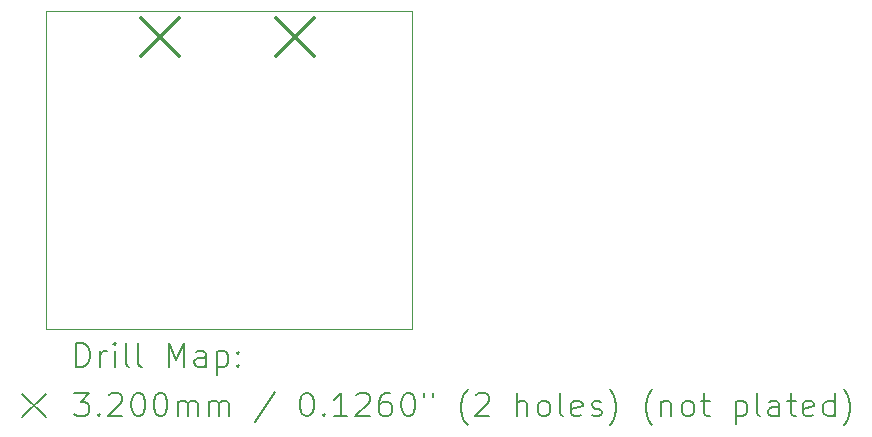
<source format=gbr>
%TF.GenerationSoftware,KiCad,Pcbnew,7.0.9*%
%TF.CreationDate,2023-12-13T17:42:51-05:00*%
%TF.ProjectId,Servo_Adapt,53657276-6f5f-4416-9461-70742e6b6963,rev?*%
%TF.SameCoordinates,Original*%
%TF.FileFunction,Drillmap*%
%TF.FilePolarity,Positive*%
%FSLAX45Y45*%
G04 Gerber Fmt 4.5, Leading zero omitted, Abs format (unit mm)*
G04 Created by KiCad (PCBNEW 7.0.9) date 2023-12-13 17:42:51*
%MOMM*%
%LPD*%
G01*
G04 APERTURE LIST*
%ADD10C,0.100000*%
%ADD11C,0.200000*%
%ADD12C,0.320000*%
G04 APERTURE END LIST*
D10*
X12550000Y-7000000D02*
X15650000Y-7000000D01*
X15650000Y-9700000D01*
X12550000Y-9700000D01*
X12550000Y-7000000D01*
D11*
D12*
X13352250Y-7065000D02*
X13672250Y-7385000D01*
X13672250Y-7065000D02*
X13352250Y-7385000D01*
X14495250Y-7065000D02*
X14815250Y-7385000D01*
X14815250Y-7065000D02*
X14495250Y-7385000D01*
D11*
X12805777Y-10016484D02*
X12805777Y-9816484D01*
X12805777Y-9816484D02*
X12853396Y-9816484D01*
X12853396Y-9816484D02*
X12881967Y-9826008D01*
X12881967Y-9826008D02*
X12901015Y-9845055D01*
X12901015Y-9845055D02*
X12910539Y-9864103D01*
X12910539Y-9864103D02*
X12920062Y-9902198D01*
X12920062Y-9902198D02*
X12920062Y-9930770D01*
X12920062Y-9930770D02*
X12910539Y-9968865D01*
X12910539Y-9968865D02*
X12901015Y-9987912D01*
X12901015Y-9987912D02*
X12881967Y-10006960D01*
X12881967Y-10006960D02*
X12853396Y-10016484D01*
X12853396Y-10016484D02*
X12805777Y-10016484D01*
X13005777Y-10016484D02*
X13005777Y-9883150D01*
X13005777Y-9921246D02*
X13015301Y-9902198D01*
X13015301Y-9902198D02*
X13024824Y-9892674D01*
X13024824Y-9892674D02*
X13043872Y-9883150D01*
X13043872Y-9883150D02*
X13062920Y-9883150D01*
X13129586Y-10016484D02*
X13129586Y-9883150D01*
X13129586Y-9816484D02*
X13120062Y-9826008D01*
X13120062Y-9826008D02*
X13129586Y-9835531D01*
X13129586Y-9835531D02*
X13139110Y-9826008D01*
X13139110Y-9826008D02*
X13129586Y-9816484D01*
X13129586Y-9816484D02*
X13129586Y-9835531D01*
X13253396Y-10016484D02*
X13234348Y-10006960D01*
X13234348Y-10006960D02*
X13224824Y-9987912D01*
X13224824Y-9987912D02*
X13224824Y-9816484D01*
X13358158Y-10016484D02*
X13339110Y-10006960D01*
X13339110Y-10006960D02*
X13329586Y-9987912D01*
X13329586Y-9987912D02*
X13329586Y-9816484D01*
X13586729Y-10016484D02*
X13586729Y-9816484D01*
X13586729Y-9816484D02*
X13653396Y-9959341D01*
X13653396Y-9959341D02*
X13720062Y-9816484D01*
X13720062Y-9816484D02*
X13720062Y-10016484D01*
X13901015Y-10016484D02*
X13901015Y-9911722D01*
X13901015Y-9911722D02*
X13891491Y-9892674D01*
X13891491Y-9892674D02*
X13872443Y-9883150D01*
X13872443Y-9883150D02*
X13834348Y-9883150D01*
X13834348Y-9883150D02*
X13815301Y-9892674D01*
X13901015Y-10006960D02*
X13881967Y-10016484D01*
X13881967Y-10016484D02*
X13834348Y-10016484D01*
X13834348Y-10016484D02*
X13815301Y-10006960D01*
X13815301Y-10006960D02*
X13805777Y-9987912D01*
X13805777Y-9987912D02*
X13805777Y-9968865D01*
X13805777Y-9968865D02*
X13815301Y-9949817D01*
X13815301Y-9949817D02*
X13834348Y-9940293D01*
X13834348Y-9940293D02*
X13881967Y-9940293D01*
X13881967Y-9940293D02*
X13901015Y-9930770D01*
X13996253Y-9883150D02*
X13996253Y-10083150D01*
X13996253Y-9892674D02*
X14015301Y-9883150D01*
X14015301Y-9883150D02*
X14053396Y-9883150D01*
X14053396Y-9883150D02*
X14072443Y-9892674D01*
X14072443Y-9892674D02*
X14081967Y-9902198D01*
X14081967Y-9902198D02*
X14091491Y-9921246D01*
X14091491Y-9921246D02*
X14091491Y-9978389D01*
X14091491Y-9978389D02*
X14081967Y-9997436D01*
X14081967Y-9997436D02*
X14072443Y-10006960D01*
X14072443Y-10006960D02*
X14053396Y-10016484D01*
X14053396Y-10016484D02*
X14015301Y-10016484D01*
X14015301Y-10016484D02*
X13996253Y-10006960D01*
X14177205Y-9997436D02*
X14186729Y-10006960D01*
X14186729Y-10006960D02*
X14177205Y-10016484D01*
X14177205Y-10016484D02*
X14167682Y-10006960D01*
X14167682Y-10006960D02*
X14177205Y-9997436D01*
X14177205Y-9997436D02*
X14177205Y-10016484D01*
X14177205Y-9892674D02*
X14186729Y-9902198D01*
X14186729Y-9902198D02*
X14177205Y-9911722D01*
X14177205Y-9911722D02*
X14167682Y-9902198D01*
X14167682Y-9902198D02*
X14177205Y-9892674D01*
X14177205Y-9892674D02*
X14177205Y-9911722D01*
X12345000Y-10245000D02*
X12545000Y-10445000D01*
X12545000Y-10245000D02*
X12345000Y-10445000D01*
X12786729Y-10236484D02*
X12910539Y-10236484D01*
X12910539Y-10236484D02*
X12843872Y-10312674D01*
X12843872Y-10312674D02*
X12872443Y-10312674D01*
X12872443Y-10312674D02*
X12891491Y-10322198D01*
X12891491Y-10322198D02*
X12901015Y-10331722D01*
X12901015Y-10331722D02*
X12910539Y-10350770D01*
X12910539Y-10350770D02*
X12910539Y-10398389D01*
X12910539Y-10398389D02*
X12901015Y-10417436D01*
X12901015Y-10417436D02*
X12891491Y-10426960D01*
X12891491Y-10426960D02*
X12872443Y-10436484D01*
X12872443Y-10436484D02*
X12815301Y-10436484D01*
X12815301Y-10436484D02*
X12796253Y-10426960D01*
X12796253Y-10426960D02*
X12786729Y-10417436D01*
X12996253Y-10417436D02*
X13005777Y-10426960D01*
X13005777Y-10426960D02*
X12996253Y-10436484D01*
X12996253Y-10436484D02*
X12986729Y-10426960D01*
X12986729Y-10426960D02*
X12996253Y-10417436D01*
X12996253Y-10417436D02*
X12996253Y-10436484D01*
X13081967Y-10255531D02*
X13091491Y-10246008D01*
X13091491Y-10246008D02*
X13110539Y-10236484D01*
X13110539Y-10236484D02*
X13158158Y-10236484D01*
X13158158Y-10236484D02*
X13177205Y-10246008D01*
X13177205Y-10246008D02*
X13186729Y-10255531D01*
X13186729Y-10255531D02*
X13196253Y-10274579D01*
X13196253Y-10274579D02*
X13196253Y-10293627D01*
X13196253Y-10293627D02*
X13186729Y-10322198D01*
X13186729Y-10322198D02*
X13072443Y-10436484D01*
X13072443Y-10436484D02*
X13196253Y-10436484D01*
X13320062Y-10236484D02*
X13339110Y-10236484D01*
X13339110Y-10236484D02*
X13358158Y-10246008D01*
X13358158Y-10246008D02*
X13367682Y-10255531D01*
X13367682Y-10255531D02*
X13377205Y-10274579D01*
X13377205Y-10274579D02*
X13386729Y-10312674D01*
X13386729Y-10312674D02*
X13386729Y-10360293D01*
X13386729Y-10360293D02*
X13377205Y-10398389D01*
X13377205Y-10398389D02*
X13367682Y-10417436D01*
X13367682Y-10417436D02*
X13358158Y-10426960D01*
X13358158Y-10426960D02*
X13339110Y-10436484D01*
X13339110Y-10436484D02*
X13320062Y-10436484D01*
X13320062Y-10436484D02*
X13301015Y-10426960D01*
X13301015Y-10426960D02*
X13291491Y-10417436D01*
X13291491Y-10417436D02*
X13281967Y-10398389D01*
X13281967Y-10398389D02*
X13272443Y-10360293D01*
X13272443Y-10360293D02*
X13272443Y-10312674D01*
X13272443Y-10312674D02*
X13281967Y-10274579D01*
X13281967Y-10274579D02*
X13291491Y-10255531D01*
X13291491Y-10255531D02*
X13301015Y-10246008D01*
X13301015Y-10246008D02*
X13320062Y-10236484D01*
X13510539Y-10236484D02*
X13529586Y-10236484D01*
X13529586Y-10236484D02*
X13548634Y-10246008D01*
X13548634Y-10246008D02*
X13558158Y-10255531D01*
X13558158Y-10255531D02*
X13567682Y-10274579D01*
X13567682Y-10274579D02*
X13577205Y-10312674D01*
X13577205Y-10312674D02*
X13577205Y-10360293D01*
X13577205Y-10360293D02*
X13567682Y-10398389D01*
X13567682Y-10398389D02*
X13558158Y-10417436D01*
X13558158Y-10417436D02*
X13548634Y-10426960D01*
X13548634Y-10426960D02*
X13529586Y-10436484D01*
X13529586Y-10436484D02*
X13510539Y-10436484D01*
X13510539Y-10436484D02*
X13491491Y-10426960D01*
X13491491Y-10426960D02*
X13481967Y-10417436D01*
X13481967Y-10417436D02*
X13472443Y-10398389D01*
X13472443Y-10398389D02*
X13462920Y-10360293D01*
X13462920Y-10360293D02*
X13462920Y-10312674D01*
X13462920Y-10312674D02*
X13472443Y-10274579D01*
X13472443Y-10274579D02*
X13481967Y-10255531D01*
X13481967Y-10255531D02*
X13491491Y-10246008D01*
X13491491Y-10246008D02*
X13510539Y-10236484D01*
X13662920Y-10436484D02*
X13662920Y-10303150D01*
X13662920Y-10322198D02*
X13672443Y-10312674D01*
X13672443Y-10312674D02*
X13691491Y-10303150D01*
X13691491Y-10303150D02*
X13720063Y-10303150D01*
X13720063Y-10303150D02*
X13739110Y-10312674D01*
X13739110Y-10312674D02*
X13748634Y-10331722D01*
X13748634Y-10331722D02*
X13748634Y-10436484D01*
X13748634Y-10331722D02*
X13758158Y-10312674D01*
X13758158Y-10312674D02*
X13777205Y-10303150D01*
X13777205Y-10303150D02*
X13805777Y-10303150D01*
X13805777Y-10303150D02*
X13824824Y-10312674D01*
X13824824Y-10312674D02*
X13834348Y-10331722D01*
X13834348Y-10331722D02*
X13834348Y-10436484D01*
X13929586Y-10436484D02*
X13929586Y-10303150D01*
X13929586Y-10322198D02*
X13939110Y-10312674D01*
X13939110Y-10312674D02*
X13958158Y-10303150D01*
X13958158Y-10303150D02*
X13986729Y-10303150D01*
X13986729Y-10303150D02*
X14005777Y-10312674D01*
X14005777Y-10312674D02*
X14015301Y-10331722D01*
X14015301Y-10331722D02*
X14015301Y-10436484D01*
X14015301Y-10331722D02*
X14024824Y-10312674D01*
X14024824Y-10312674D02*
X14043872Y-10303150D01*
X14043872Y-10303150D02*
X14072443Y-10303150D01*
X14072443Y-10303150D02*
X14091491Y-10312674D01*
X14091491Y-10312674D02*
X14101015Y-10331722D01*
X14101015Y-10331722D02*
X14101015Y-10436484D01*
X14491491Y-10226960D02*
X14320063Y-10484103D01*
X14748634Y-10236484D02*
X14767682Y-10236484D01*
X14767682Y-10236484D02*
X14786729Y-10246008D01*
X14786729Y-10246008D02*
X14796253Y-10255531D01*
X14796253Y-10255531D02*
X14805777Y-10274579D01*
X14805777Y-10274579D02*
X14815301Y-10312674D01*
X14815301Y-10312674D02*
X14815301Y-10360293D01*
X14815301Y-10360293D02*
X14805777Y-10398389D01*
X14805777Y-10398389D02*
X14796253Y-10417436D01*
X14796253Y-10417436D02*
X14786729Y-10426960D01*
X14786729Y-10426960D02*
X14767682Y-10436484D01*
X14767682Y-10436484D02*
X14748634Y-10436484D01*
X14748634Y-10436484D02*
X14729586Y-10426960D01*
X14729586Y-10426960D02*
X14720063Y-10417436D01*
X14720063Y-10417436D02*
X14710539Y-10398389D01*
X14710539Y-10398389D02*
X14701015Y-10360293D01*
X14701015Y-10360293D02*
X14701015Y-10312674D01*
X14701015Y-10312674D02*
X14710539Y-10274579D01*
X14710539Y-10274579D02*
X14720063Y-10255531D01*
X14720063Y-10255531D02*
X14729586Y-10246008D01*
X14729586Y-10246008D02*
X14748634Y-10236484D01*
X14901015Y-10417436D02*
X14910539Y-10426960D01*
X14910539Y-10426960D02*
X14901015Y-10436484D01*
X14901015Y-10436484D02*
X14891491Y-10426960D01*
X14891491Y-10426960D02*
X14901015Y-10417436D01*
X14901015Y-10417436D02*
X14901015Y-10436484D01*
X15101015Y-10436484D02*
X14986729Y-10436484D01*
X15043872Y-10436484D02*
X15043872Y-10236484D01*
X15043872Y-10236484D02*
X15024825Y-10265055D01*
X15024825Y-10265055D02*
X15005777Y-10284103D01*
X15005777Y-10284103D02*
X14986729Y-10293627D01*
X15177206Y-10255531D02*
X15186729Y-10246008D01*
X15186729Y-10246008D02*
X15205777Y-10236484D01*
X15205777Y-10236484D02*
X15253396Y-10236484D01*
X15253396Y-10236484D02*
X15272444Y-10246008D01*
X15272444Y-10246008D02*
X15281967Y-10255531D01*
X15281967Y-10255531D02*
X15291491Y-10274579D01*
X15291491Y-10274579D02*
X15291491Y-10293627D01*
X15291491Y-10293627D02*
X15281967Y-10322198D01*
X15281967Y-10322198D02*
X15167682Y-10436484D01*
X15167682Y-10436484D02*
X15291491Y-10436484D01*
X15462920Y-10236484D02*
X15424825Y-10236484D01*
X15424825Y-10236484D02*
X15405777Y-10246008D01*
X15405777Y-10246008D02*
X15396253Y-10255531D01*
X15396253Y-10255531D02*
X15377206Y-10284103D01*
X15377206Y-10284103D02*
X15367682Y-10322198D01*
X15367682Y-10322198D02*
X15367682Y-10398389D01*
X15367682Y-10398389D02*
X15377206Y-10417436D01*
X15377206Y-10417436D02*
X15386729Y-10426960D01*
X15386729Y-10426960D02*
X15405777Y-10436484D01*
X15405777Y-10436484D02*
X15443872Y-10436484D01*
X15443872Y-10436484D02*
X15462920Y-10426960D01*
X15462920Y-10426960D02*
X15472444Y-10417436D01*
X15472444Y-10417436D02*
X15481967Y-10398389D01*
X15481967Y-10398389D02*
X15481967Y-10350770D01*
X15481967Y-10350770D02*
X15472444Y-10331722D01*
X15472444Y-10331722D02*
X15462920Y-10322198D01*
X15462920Y-10322198D02*
X15443872Y-10312674D01*
X15443872Y-10312674D02*
X15405777Y-10312674D01*
X15405777Y-10312674D02*
X15386729Y-10322198D01*
X15386729Y-10322198D02*
X15377206Y-10331722D01*
X15377206Y-10331722D02*
X15367682Y-10350770D01*
X15605777Y-10236484D02*
X15624825Y-10236484D01*
X15624825Y-10236484D02*
X15643872Y-10246008D01*
X15643872Y-10246008D02*
X15653396Y-10255531D01*
X15653396Y-10255531D02*
X15662920Y-10274579D01*
X15662920Y-10274579D02*
X15672444Y-10312674D01*
X15672444Y-10312674D02*
X15672444Y-10360293D01*
X15672444Y-10360293D02*
X15662920Y-10398389D01*
X15662920Y-10398389D02*
X15653396Y-10417436D01*
X15653396Y-10417436D02*
X15643872Y-10426960D01*
X15643872Y-10426960D02*
X15624825Y-10436484D01*
X15624825Y-10436484D02*
X15605777Y-10436484D01*
X15605777Y-10436484D02*
X15586729Y-10426960D01*
X15586729Y-10426960D02*
X15577206Y-10417436D01*
X15577206Y-10417436D02*
X15567682Y-10398389D01*
X15567682Y-10398389D02*
X15558158Y-10360293D01*
X15558158Y-10360293D02*
X15558158Y-10312674D01*
X15558158Y-10312674D02*
X15567682Y-10274579D01*
X15567682Y-10274579D02*
X15577206Y-10255531D01*
X15577206Y-10255531D02*
X15586729Y-10246008D01*
X15586729Y-10246008D02*
X15605777Y-10236484D01*
X15748634Y-10236484D02*
X15748634Y-10274579D01*
X15824825Y-10236484D02*
X15824825Y-10274579D01*
X16120063Y-10512674D02*
X16110539Y-10503150D01*
X16110539Y-10503150D02*
X16091491Y-10474579D01*
X16091491Y-10474579D02*
X16081968Y-10455531D01*
X16081968Y-10455531D02*
X16072444Y-10426960D01*
X16072444Y-10426960D02*
X16062920Y-10379341D01*
X16062920Y-10379341D02*
X16062920Y-10341246D01*
X16062920Y-10341246D02*
X16072444Y-10293627D01*
X16072444Y-10293627D02*
X16081968Y-10265055D01*
X16081968Y-10265055D02*
X16091491Y-10246008D01*
X16091491Y-10246008D02*
X16110539Y-10217436D01*
X16110539Y-10217436D02*
X16120063Y-10207912D01*
X16186729Y-10255531D02*
X16196253Y-10246008D01*
X16196253Y-10246008D02*
X16215301Y-10236484D01*
X16215301Y-10236484D02*
X16262920Y-10236484D01*
X16262920Y-10236484D02*
X16281968Y-10246008D01*
X16281968Y-10246008D02*
X16291491Y-10255531D01*
X16291491Y-10255531D02*
X16301015Y-10274579D01*
X16301015Y-10274579D02*
X16301015Y-10293627D01*
X16301015Y-10293627D02*
X16291491Y-10322198D01*
X16291491Y-10322198D02*
X16177206Y-10436484D01*
X16177206Y-10436484D02*
X16301015Y-10436484D01*
X16539110Y-10436484D02*
X16539110Y-10236484D01*
X16624825Y-10436484D02*
X16624825Y-10331722D01*
X16624825Y-10331722D02*
X16615301Y-10312674D01*
X16615301Y-10312674D02*
X16596253Y-10303150D01*
X16596253Y-10303150D02*
X16567682Y-10303150D01*
X16567682Y-10303150D02*
X16548634Y-10312674D01*
X16548634Y-10312674D02*
X16539110Y-10322198D01*
X16748634Y-10436484D02*
X16729587Y-10426960D01*
X16729587Y-10426960D02*
X16720063Y-10417436D01*
X16720063Y-10417436D02*
X16710539Y-10398389D01*
X16710539Y-10398389D02*
X16710539Y-10341246D01*
X16710539Y-10341246D02*
X16720063Y-10322198D01*
X16720063Y-10322198D02*
X16729587Y-10312674D01*
X16729587Y-10312674D02*
X16748634Y-10303150D01*
X16748634Y-10303150D02*
X16777206Y-10303150D01*
X16777206Y-10303150D02*
X16796253Y-10312674D01*
X16796253Y-10312674D02*
X16805777Y-10322198D01*
X16805777Y-10322198D02*
X16815301Y-10341246D01*
X16815301Y-10341246D02*
X16815301Y-10398389D01*
X16815301Y-10398389D02*
X16805777Y-10417436D01*
X16805777Y-10417436D02*
X16796253Y-10426960D01*
X16796253Y-10426960D02*
X16777206Y-10436484D01*
X16777206Y-10436484D02*
X16748634Y-10436484D01*
X16929587Y-10436484D02*
X16910539Y-10426960D01*
X16910539Y-10426960D02*
X16901015Y-10407912D01*
X16901015Y-10407912D02*
X16901015Y-10236484D01*
X17081968Y-10426960D02*
X17062920Y-10436484D01*
X17062920Y-10436484D02*
X17024825Y-10436484D01*
X17024825Y-10436484D02*
X17005777Y-10426960D01*
X17005777Y-10426960D02*
X16996253Y-10407912D01*
X16996253Y-10407912D02*
X16996253Y-10331722D01*
X16996253Y-10331722D02*
X17005777Y-10312674D01*
X17005777Y-10312674D02*
X17024825Y-10303150D01*
X17024825Y-10303150D02*
X17062920Y-10303150D01*
X17062920Y-10303150D02*
X17081968Y-10312674D01*
X17081968Y-10312674D02*
X17091492Y-10331722D01*
X17091492Y-10331722D02*
X17091492Y-10350770D01*
X17091492Y-10350770D02*
X16996253Y-10369817D01*
X17167682Y-10426960D02*
X17186730Y-10436484D01*
X17186730Y-10436484D02*
X17224825Y-10436484D01*
X17224825Y-10436484D02*
X17243873Y-10426960D01*
X17243873Y-10426960D02*
X17253396Y-10407912D01*
X17253396Y-10407912D02*
X17253396Y-10398389D01*
X17253396Y-10398389D02*
X17243873Y-10379341D01*
X17243873Y-10379341D02*
X17224825Y-10369817D01*
X17224825Y-10369817D02*
X17196253Y-10369817D01*
X17196253Y-10369817D02*
X17177206Y-10360293D01*
X17177206Y-10360293D02*
X17167682Y-10341246D01*
X17167682Y-10341246D02*
X17167682Y-10331722D01*
X17167682Y-10331722D02*
X17177206Y-10312674D01*
X17177206Y-10312674D02*
X17196253Y-10303150D01*
X17196253Y-10303150D02*
X17224825Y-10303150D01*
X17224825Y-10303150D02*
X17243873Y-10312674D01*
X17320063Y-10512674D02*
X17329587Y-10503150D01*
X17329587Y-10503150D02*
X17348634Y-10474579D01*
X17348634Y-10474579D02*
X17358158Y-10455531D01*
X17358158Y-10455531D02*
X17367682Y-10426960D01*
X17367682Y-10426960D02*
X17377206Y-10379341D01*
X17377206Y-10379341D02*
X17377206Y-10341246D01*
X17377206Y-10341246D02*
X17367682Y-10293627D01*
X17367682Y-10293627D02*
X17358158Y-10265055D01*
X17358158Y-10265055D02*
X17348634Y-10246008D01*
X17348634Y-10246008D02*
X17329587Y-10217436D01*
X17329587Y-10217436D02*
X17320063Y-10207912D01*
X17681968Y-10512674D02*
X17672444Y-10503150D01*
X17672444Y-10503150D02*
X17653396Y-10474579D01*
X17653396Y-10474579D02*
X17643873Y-10455531D01*
X17643873Y-10455531D02*
X17634349Y-10426960D01*
X17634349Y-10426960D02*
X17624825Y-10379341D01*
X17624825Y-10379341D02*
X17624825Y-10341246D01*
X17624825Y-10341246D02*
X17634349Y-10293627D01*
X17634349Y-10293627D02*
X17643873Y-10265055D01*
X17643873Y-10265055D02*
X17653396Y-10246008D01*
X17653396Y-10246008D02*
X17672444Y-10217436D01*
X17672444Y-10217436D02*
X17681968Y-10207912D01*
X17758158Y-10303150D02*
X17758158Y-10436484D01*
X17758158Y-10322198D02*
X17767682Y-10312674D01*
X17767682Y-10312674D02*
X17786730Y-10303150D01*
X17786730Y-10303150D02*
X17815301Y-10303150D01*
X17815301Y-10303150D02*
X17834349Y-10312674D01*
X17834349Y-10312674D02*
X17843873Y-10331722D01*
X17843873Y-10331722D02*
X17843873Y-10436484D01*
X17967682Y-10436484D02*
X17948634Y-10426960D01*
X17948634Y-10426960D02*
X17939111Y-10417436D01*
X17939111Y-10417436D02*
X17929587Y-10398389D01*
X17929587Y-10398389D02*
X17929587Y-10341246D01*
X17929587Y-10341246D02*
X17939111Y-10322198D01*
X17939111Y-10322198D02*
X17948634Y-10312674D01*
X17948634Y-10312674D02*
X17967682Y-10303150D01*
X17967682Y-10303150D02*
X17996254Y-10303150D01*
X17996254Y-10303150D02*
X18015301Y-10312674D01*
X18015301Y-10312674D02*
X18024825Y-10322198D01*
X18024825Y-10322198D02*
X18034349Y-10341246D01*
X18034349Y-10341246D02*
X18034349Y-10398389D01*
X18034349Y-10398389D02*
X18024825Y-10417436D01*
X18024825Y-10417436D02*
X18015301Y-10426960D01*
X18015301Y-10426960D02*
X17996254Y-10436484D01*
X17996254Y-10436484D02*
X17967682Y-10436484D01*
X18091492Y-10303150D02*
X18167682Y-10303150D01*
X18120063Y-10236484D02*
X18120063Y-10407912D01*
X18120063Y-10407912D02*
X18129587Y-10426960D01*
X18129587Y-10426960D02*
X18148634Y-10436484D01*
X18148634Y-10436484D02*
X18167682Y-10436484D01*
X18386730Y-10303150D02*
X18386730Y-10503150D01*
X18386730Y-10312674D02*
X18405777Y-10303150D01*
X18405777Y-10303150D02*
X18443873Y-10303150D01*
X18443873Y-10303150D02*
X18462920Y-10312674D01*
X18462920Y-10312674D02*
X18472444Y-10322198D01*
X18472444Y-10322198D02*
X18481968Y-10341246D01*
X18481968Y-10341246D02*
X18481968Y-10398389D01*
X18481968Y-10398389D02*
X18472444Y-10417436D01*
X18472444Y-10417436D02*
X18462920Y-10426960D01*
X18462920Y-10426960D02*
X18443873Y-10436484D01*
X18443873Y-10436484D02*
X18405777Y-10436484D01*
X18405777Y-10436484D02*
X18386730Y-10426960D01*
X18596254Y-10436484D02*
X18577206Y-10426960D01*
X18577206Y-10426960D02*
X18567682Y-10407912D01*
X18567682Y-10407912D02*
X18567682Y-10236484D01*
X18758158Y-10436484D02*
X18758158Y-10331722D01*
X18758158Y-10331722D02*
X18748635Y-10312674D01*
X18748635Y-10312674D02*
X18729587Y-10303150D01*
X18729587Y-10303150D02*
X18691492Y-10303150D01*
X18691492Y-10303150D02*
X18672444Y-10312674D01*
X18758158Y-10426960D02*
X18739111Y-10436484D01*
X18739111Y-10436484D02*
X18691492Y-10436484D01*
X18691492Y-10436484D02*
X18672444Y-10426960D01*
X18672444Y-10426960D02*
X18662920Y-10407912D01*
X18662920Y-10407912D02*
X18662920Y-10388865D01*
X18662920Y-10388865D02*
X18672444Y-10369817D01*
X18672444Y-10369817D02*
X18691492Y-10360293D01*
X18691492Y-10360293D02*
X18739111Y-10360293D01*
X18739111Y-10360293D02*
X18758158Y-10350770D01*
X18824825Y-10303150D02*
X18901015Y-10303150D01*
X18853396Y-10236484D02*
X18853396Y-10407912D01*
X18853396Y-10407912D02*
X18862920Y-10426960D01*
X18862920Y-10426960D02*
X18881968Y-10436484D01*
X18881968Y-10436484D02*
X18901015Y-10436484D01*
X19043873Y-10426960D02*
X19024825Y-10436484D01*
X19024825Y-10436484D02*
X18986730Y-10436484D01*
X18986730Y-10436484D02*
X18967682Y-10426960D01*
X18967682Y-10426960D02*
X18958158Y-10407912D01*
X18958158Y-10407912D02*
X18958158Y-10331722D01*
X18958158Y-10331722D02*
X18967682Y-10312674D01*
X18967682Y-10312674D02*
X18986730Y-10303150D01*
X18986730Y-10303150D02*
X19024825Y-10303150D01*
X19024825Y-10303150D02*
X19043873Y-10312674D01*
X19043873Y-10312674D02*
X19053396Y-10331722D01*
X19053396Y-10331722D02*
X19053396Y-10350770D01*
X19053396Y-10350770D02*
X18958158Y-10369817D01*
X19224825Y-10436484D02*
X19224825Y-10236484D01*
X19224825Y-10426960D02*
X19205777Y-10436484D01*
X19205777Y-10436484D02*
X19167682Y-10436484D01*
X19167682Y-10436484D02*
X19148635Y-10426960D01*
X19148635Y-10426960D02*
X19139111Y-10417436D01*
X19139111Y-10417436D02*
X19129587Y-10398389D01*
X19129587Y-10398389D02*
X19129587Y-10341246D01*
X19129587Y-10341246D02*
X19139111Y-10322198D01*
X19139111Y-10322198D02*
X19148635Y-10312674D01*
X19148635Y-10312674D02*
X19167682Y-10303150D01*
X19167682Y-10303150D02*
X19205777Y-10303150D01*
X19205777Y-10303150D02*
X19224825Y-10312674D01*
X19301016Y-10512674D02*
X19310539Y-10503150D01*
X19310539Y-10503150D02*
X19329587Y-10474579D01*
X19329587Y-10474579D02*
X19339111Y-10455531D01*
X19339111Y-10455531D02*
X19348635Y-10426960D01*
X19348635Y-10426960D02*
X19358158Y-10379341D01*
X19358158Y-10379341D02*
X19358158Y-10341246D01*
X19358158Y-10341246D02*
X19348635Y-10293627D01*
X19348635Y-10293627D02*
X19339111Y-10265055D01*
X19339111Y-10265055D02*
X19329587Y-10246008D01*
X19329587Y-10246008D02*
X19310539Y-10217436D01*
X19310539Y-10217436D02*
X19301016Y-10207912D01*
M02*

</source>
